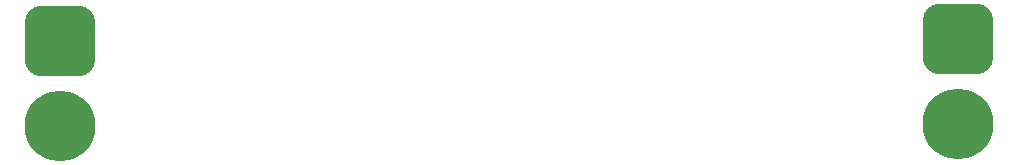
<source format=gbr>
%TF.GenerationSoftware,KiCad,Pcbnew,7.0.2*%
%TF.CreationDate,2023-09-08T16:08:14-07:00*%
%TF.ProjectId,Buck Converter,4275636b-2043-46f6-9e76-65727465722e,rev?*%
%TF.SameCoordinates,Original*%
%TF.FileFunction,Copper,L2,Bot*%
%TF.FilePolarity,Positive*%
%FSLAX46Y46*%
G04 Gerber Fmt 4.6, Leading zero omitted, Abs format (unit mm)*
G04 Created by KiCad (PCBNEW 7.0.2) date 2023-09-08 16:08:14*
%MOMM*%
%LPD*%
G01*
G04 APERTURE LIST*
G04 Aperture macros list*
%AMRoundRect*
0 Rectangle with rounded corners*
0 $1 Rounding radius*
0 $2 $3 $4 $5 $6 $7 $8 $9 X,Y pos of 4 corners*
0 Add a 4 corners polygon primitive as box body*
4,1,4,$2,$3,$4,$5,$6,$7,$8,$9,$2,$3,0*
0 Add four circle primitives for the rounded corners*
1,1,$1+$1,$2,$3*
1,1,$1+$1,$4,$5*
1,1,$1+$1,$6,$7*
1,1,$1+$1,$8,$9*
0 Add four rect primitives between the rounded corners*
20,1,$1+$1,$2,$3,$4,$5,0*
20,1,$1+$1,$4,$5,$6,$7,0*
20,1,$1+$1,$6,$7,$8,$9,0*
20,1,$1+$1,$8,$9,$2,$3,0*%
G04 Aperture macros list end*
%TA.AperFunction,ComponentPad*%
%ADD10RoundRect,1.500000X-1.500000X1.500000X-1.500000X-1.500000X1.500000X-1.500000X1.500000X1.500000X0*%
%TD*%
%TA.AperFunction,ComponentPad*%
%ADD11C,6.000000*%
%TD*%
G04 APERTURE END LIST*
D10*
%TO.P,J2,1,Pin_1*%
%TO.N,GND*%
X189678000Y-115977500D03*
D11*
%TO.P,J2,2,Pin_2*%
%TO.N,Net-(J2-Pin_2)*%
X189678000Y-123177500D03*
%TD*%
D10*
%TO.P,J1,1,Pin_1*%
%TO.N,GND*%
X113639600Y-116078000D03*
D11*
%TO.P,J1,2,Pin_2*%
%TO.N,Net-(J1-Pin_2)*%
X113639600Y-123278000D03*
%TD*%
M02*

</source>
